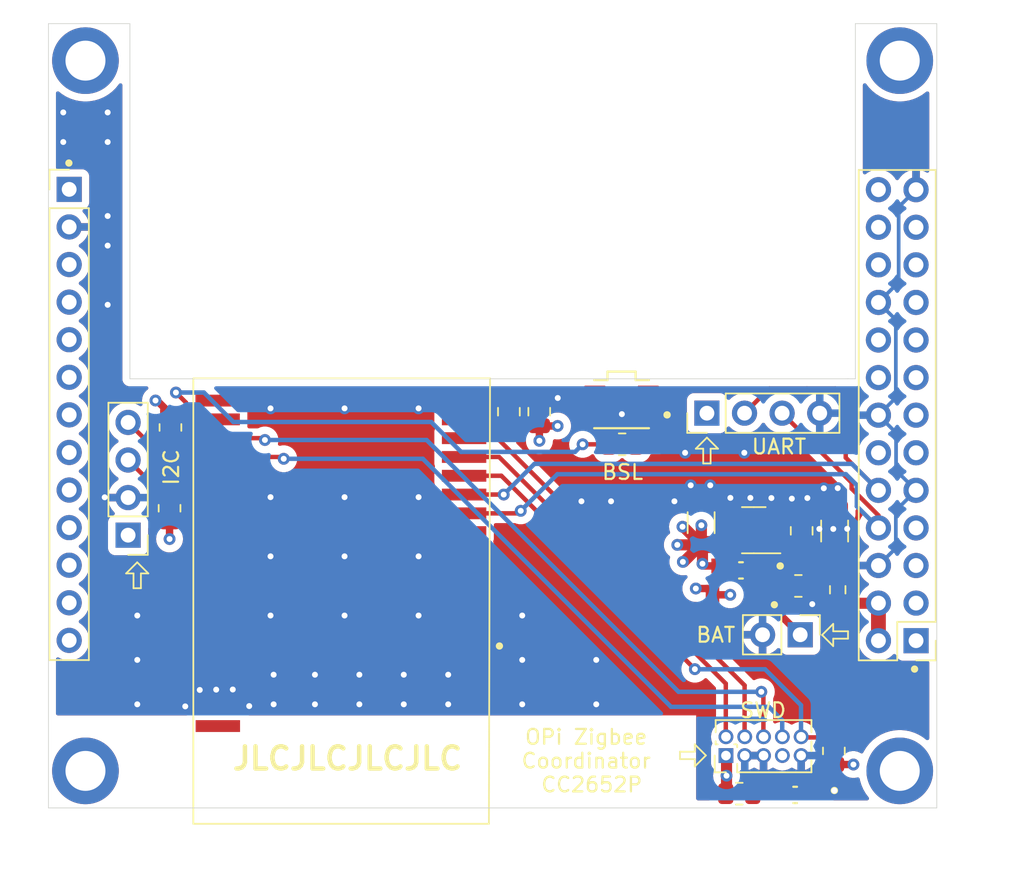
<source format=kicad_pcb>
(kicad_pcb (version 20211014) (generator pcbnew)
  (layers (0 "F.Cu" signal) (1 "In1.Cu" signal) (2 "In2.Cu" signal) (31 "B.Cu" signal) (34 "B.Paste" user) (35 "F.Paste" user) (36 "B.SilkS" user "B.Silkscreen") (37 "F.SilkS" user "F.Silkscreen") (38 "B.Mask" user) (39 "F.Mask" user) (44 "Edge.Cuts" user))
  (net 0 "")
  (net 1 "GND")
  (net 2 "+3V3")
  (net 3 "+5V")
  (net 4 "/SDA")
  (net 5 "/SCL")
  (net 6 "/PC9")
  (net 7 "/UART_TX")
  (net 8 "/UART_RX")
  (net 9 "/PC6")
  (net 10 "/PC11")
  (net 11 "/PC5")
  (net 12 "/PC8")
  (net 13 "/PC15")
  (net 14 "/PC14")
  (net 15 "/SPI_MOSI")
  (net 16 "/SPI_MISO")
  (net 17 "/PC7")
  (net 18 "/SPI_CLK")
  (net 19 "/SPI_CS")
  (net 20 "/PC10")
  (net 21 "/USB2_D-")
  (net 22 "/USB2_D+")
  (net 23 "/USB3_D-")
  (net 24 "/USB3_D+")
  (net 25 "/LINEOUT_R")
  (net 26 "/LINEOUT_L")
  (net 27 "/TV_OUT")
  (net 28 "/PC1")
  (net 29 "/PI16")
  (net 30 "/PI6")
  (net 31 "/IR_RX")
  (net 32 "XDS_TMS")
  (net 33 "XDS_TCK")
  (net 34 "XDS_TDO")
  (net 35 "XDS_TDI")
  (net 36 "{slash}RESET")
  (net 54 "Net-(C1-Pad1)")
  (net 55 "Net-(D1-Pad1)")
  (net 57 "+3.3VP")
  (net 58 "Net-(D2-Pad1)")
  (net 59 "Net-(D3-Pad2)")
  (net 61 "Net-(R1-Pad1)")
  (net 62 "/BSL")
  (net 63 "/opSCL")
  (net 64 "/opSDA")
  (net 65 "+5VP")
  (footprint "Resistor_SMD:R_0805_2012Metric" (layer "F.Cu") (at 170.65 98 180)
    (fp_text reference "R2")
    (fp_text value "1k")
    (pad "1" smd roundrect locked (at -0.9125 0 180) (size 1.025 1.4) (layers "F.Cu" "F.Paste" "F.Mask") (roundrect_rratio 0.243902439) (net 1 "GND"))
    (pad "2" smd roundrect locked (at 0.9125 0 180) (size 1.025 1.4) (layers "F.Cu" "F.Paste" "F.Mask") (roundrect_rratio 0.243902439) (net 55 "Net-(D1-Pad1)"))
  )
  (footprint "SensorLab:cc2652p_rf_star" (layer "F.Cu") (at 139.6915 107.8265 180)
    (fp_text reference "U2")
    (fp_text value "CC2652P")
    (pad "1" smd rect (at -8.382 5.842 90) (size 0.8 3) (layers "F.Cu" "F.Paste" "F.Mask"))
    (pad "2" smd rect (at -8.382 7.112 90) (size 0.8 3) (layers "F.Cu" "F.Paste" "F.Mask"))
    (pad "3" smd rect (at -8.382 8.382 90) (size 0.8 3) (layers "F.Cu" "F.Paste" "F.Mask"))
    (pad "4" smd rect (at -8.382 9.652 90) (size 0.8 3) (layers "F.Cu" "F.Paste" "F.Mask"))
    (pad "5" smd rect (at -8.382 10.922 90) (size 0.8 3) (layers "F.Cu" "F.Paste" "F.Mask"))
    (pad "6" smd rect (at -8.382 12.192 90) (size 0.8 3) (layers "F.Cu" "F.Paste" "F.Mask"))
    (pad "7" smd rect (at -8.382 13.462 90) (size 0.8 3) (layers "F.Cu" "F.Paste" "F.Mask"))
    (pad "8" smd rect (at -8.382 14.732 90) (size 0.8 3) (layers "F.Cu" "F.Paste" "F.Mask") (net 7 "/UART_TX"))
    (pad "9" smd rect (at -8.382 16.002 90) (size 0.8 3) (layers "F.Cu" "F.Paste" "F.Mask") (net 8 "/UART_RX"))
    (pad "10" smd rect (at -8.382 17.272 90) (size 0.8 3) (layers "F.Cu" "F.Paste" "F.Mask") (net 36 "{slash}RESET"))
    (pad "11" smd rect (at -8.382 18.542 90) (size 0.8 3) (layers "F.Cu" "F.Paste" "F.Mask") (net 32 "XDS_TMS"))
    (pad "12" smd rect (at -8.382 19.812 90) (size 0.8 3) (layers "F.Cu" "F.Paste" "F.Mask") (net 33 "XDS_TCK"))
    (pad "13" smd rect (at -8.382 21.082 90) (size 0.8 3) (layers "F.Cu" "F.Paste" "F.Mask") (net 2 "+3V3"))
    (pad "14" smd rect (at -8.382 22.352 90) (size 0.8 3) (layers "F.Cu" "F.Paste" "F.Mask") (net 1 "GND"))
    (pad "15" smd rect (at 8.265 22.352 90) (size 0.8 3) (layers "F.Cu" "F.Paste" "F.Mask"))
    (pad "16" smd rect (at 8.265 21.082 90) (size 0.8 3) (layers "F.Cu" "F.Paste" "F.Mask") (net 62 "/BSL"))
    (pad "17" smd rect (at 8.265 19.812 90) (size 0.8 3) (layers "F.Cu" "F.Paste" "F.Mask") (net 34 "XDS_TDO"))
    (pad "18" smd rect (at 8.265 18.542 90) (size 0.8 3) (layers "F.Cu" "F.Paste" "F.Mask") (net 35 "XDS_TDI"))
    (pad "19" smd rect (at 8.255 17.272 90) (size 0.8 3) (layers "F.Cu" "F.Paste" "F.Mask") (net 4 "/SDA"))
    (pad "20" smd rect (at 8.255 16.002 90) (size 0.8 3) (layers "F.Cu" "F.Paste" "F.Mask") (net 5 "/SCL"))
    (pad "21" smd rect (at 8.255 14.732 90) (size 0.8 3) (layers "F.Cu" "F.Paste" "F.Mask"))
    (pad "22" smd rect (at 8.255 13.462 90) (size 0.8 3) (layers "F.Cu" "F.Paste" "F.Mask"))
    (pad "23" smd rect (at 8.255 12.192 90) (size 0.8 3) (layers "F.Cu" "F.Paste" "F.Mask"))
    (pad "24" smd rect (at 8.255 10.922 90) (size 0.8 3) (layers "F.Cu" "F.Paste" "F.Mask"))
    (pad "25" smd rect (at 8.255 9.652 90) (size 0.8 3) (layers "F.Cu" "F.Paste" "F.Mask"))
    (pad "26" smd rect (at 8.255 8.382 90) (size 0.8 3) (layers "F.Cu" "F.Paste" "F.Mask"))
    (pad "27" smd rect (at 8.255 7.112 90) (size 0.8 3) (layers "F.Cu" "F.Paste" "F.Mask"))
    (pad "28" smd rect (at 8.255 5.842 90) (size 0.8 3) (layers "F.Cu" "F.Paste" "F.Mask"))
    (pad "29" smd rect (at 8.25 1.62 90) (size 0.8 3) (layers "F.Cu" "F.Paste" "F.Mask") (net 1 "GND"))
    (pad "30" smd rect (at 8.25 0.3556 90) (size 0.8 3) (layers "F.Cu" "F.Paste" "F.Mask"))
  )
  (footprint "Resistor_SMD:R_0805_2012Metric" (layer "F.Cu") (at 158.75 88.43 180)
    (fp_text reference "R1")
    (fp_text value "100")
    (pad "1" smd roundrect locked (at -0.9125 0 180) (size 1.025 1.4) (layers "F.Cu" "F.Paste" "F.Mask") (roundrect_rratio 0.243902439) (net 61 "Net-(R1-Pad1)"))
    (pad "2" smd roundrect locked (at 0.9125 0 180) (size 1.025 1.4) (layers "F.Cu" "F.Paste" "F.Mask") (roundrect_rratio 0.243902439) (net 62 "/BSL"))
  )
  (footprint "Capacitor_SMD:C_1206_3216Metric" (layer "F.Cu") (at 164.084 93.726 90)
    (fp_text reference "C3")
    (fp_text value "1u")
    (pad "1" smd roundrect locked (at -1.475 0 90) (size 1.15 1.8) (layers "F.Cu" "F.Paste" "F.Mask") (roundrect_rratio 0.2173913043) (net 2 "+3V3"))
    (pad "2" smd roundrect locked (at 1.475 0 90) (size 1.15 1.8) (layers "F.Cu" "F.Paste" "F.Mask") (roundrect_rratio 0.2173913043) (net 1 "GND"))
  )
  (footprint "MountingHole:MountingHole_2.7mm_M2.5_ISO14580_Pad" (layer "F.Cu") (at 177.5 62.5)
    (fp_text reference "H2")
    (fp_text value "MountingHole")
    (pad "1" thru_hole circle locked (at 0 0) (size 4.5 4.5) (drill 2.7) (layers *.Cu *.Mask))
  )
  (footprint "Connector_PinHeader_1.27mm:PinHeader_2x05_P1.27mm_Vertical" (layer "F.Cu") (at 165.76 109.465 90)
    (fp_text reference "J6")
    (fp_text value "Conn_02x05_Odd_Even")
    (pad "1" thru_hole rect locked (at 0 0 90) (size 1 1) (drill 0.65) (layers *.Cu *.Mask) (net 2 "+3V3"))
    (pad "2" thru_hole oval locked (at 1.27 0 90) (size 1 1) (drill 0.65) (layers *.Cu *.Mask) (net 32 "XDS_TMS"))
    (pad "3" thru_hole oval locked (at 0 1.27 90) (size 1 1) (drill 0.65) (layers *.Cu *.Mask) (net 1 "GND"))
    (pad "4" thru_hole oval locked (at 1.27 1.27 90) (size 1 1) (drill 0.65) (layers *.Cu *.Mask) (net 33 "XDS_TCK"))
    (pad "5" thru_hole oval locked (at 0 2.54 90) (size 1 1) (drill 0.65) (layers *.Cu *.Mask) (net 1 "GND"))
    (pad "6" thru_hole oval locked (at 1.27 2.54 90) (size 1 1) (drill 0.65) (layers *.Cu *.Mask) (net 34 "XDS_TDO"))
    (pad "7" thru_hole oval locked (at 0 3.81 90) (size 1 1) (drill 0.65) (layers *.Cu *.Mask))
    (pad "8" thru_hole oval locked (at 1.27 3.81 90) (size 1 1) (drill 0.65) (layers *.Cu *.Mask) (net 35 "XDS_TDI"))
    (pad "9" thru_hole oval locked (at 0 5.08 90) (size 1 1) (drill 0.65) (layers *.Cu *.Mask) (net 1 "GND"))
    (pad "10" thru_hole oval locked (at 1.27 5.08 90) (size 1 1) (drill 0.65) (layers *.Cu *.Mask) (net 36 "{slash}RESET"))
  )
  (footprint "daughter_board:Lite-On-LTST-S220KRKT-0-0-0" (layer "F.Cu") (at 166.775 96.9 180)
    (fp_text reference "D1")
    (fp_text value "LED")
    (pad "1" smd rect locked (at -1.25 0.25 180) (size 1.5 1) (layers "F.Cu" "F.Paste" "F.Mask") (net 55 "Net-(D1-Pad1)"))
    (pad "2" smd rect locked (at 1.25 0.25 180) (size 1.5 1) (layers "F.Cu" "F.Paste" "F.Mask") (net 2 "+3V3"))
  )
  (footprint "Resistor_SMD:R_0805_2012Metric" (layer "F.Cu") (at 128.24 87.29 90)
    (fp_text reference "R4")
    (fp_text value "10k")
    (pad "1" smd roundrect locked (at -0.9125 0 90) (size 1.025 1.4) (layers "F.Cu" "F.Paste" "F.Mask") (roundrect_rratio 0.243902439) (net 4 "/SDA"))
    (pad "2" smd roundrect locked (at 0.9125 0 90) (size 1.025 1.4) (layers "F.Cu" "F.Paste" "F.Mask") (roundrect_rratio 0.243902439) (net 2 "+3V3"))
  )
  (footprint "MountingHole:MountingHole_2.7mm_M2.5_ISO14580_Pad" (layer "F.Cu") (at 177.5 110.5)
    (fp_text reference "H3")
    (fp_text value "MountingHole")
    (pad "1" thru_hole circle locked (at 0 0) (size 4.5 4.5) (drill 2.7) (layers *.Cu *.Mask))
  )
  (footprint "MountingHole:MountingHole_2.7mm_M2.5_ISO14580_Pad" (layer "F.Cu") (at 122.5 62.5)
    (fp_text reference "H1")
    (fp_text value "MountingHole")
    (pad "1" thru_hole circle locked (at 0 0) (size 4.5 4.5) (drill 2.7) (layers *.Cu *.Mask))
  )
  (footprint "Connector_PinHeader_2.54mm:PinHeader_2x13_P2.54mm_Vertical" (layer "F.Cu") (at 178.6 101.7 180)
    (fp_text reference "J1")
    (fp_text value "Conn_02x13_Odd_Even")
    (pad "1" thru_hole rect locked (at 0 0 180) (size 1.7 1.7) (drill 1) (layers *.Cu *.Mask) (net 57 "+3.3VP"))
    (pad "2" thru_hole oval locked (at 2.54 0 180) (size 1.7 1.7) (drill 1) (layers *.Cu *.Mask) (net 3 "+5V"))
    (pad "3" thru_hole oval locked (at 0 2.54 180) (size 1.7 1.7) (drill 1) (layers *.Cu *.Mask) (net 64 "/opSDA"))
    (pad "4" thru_hole oval locked (at 2.54 2.54 180) (size 1.7 1.7) (drill 1) (layers *.Cu *.Mask) (net 3 "+5V"))
    (pad "5" thru_hole oval locked (at 0 5.08 180) (size 1.7 1.7) (drill 1) (layers *.Cu *.Mask) (net 63 "/opSCL"))
    (pad "6" thru_hole oval locked (at 2.54 5.08 180) (size 1.7 1.7) (drill 1) (layers *.Cu *.Mask) (net 1 "GND"))
    (pad "7" thru_hole oval locked (at 0 7.62 180) (size 1.7 1.7) (drill 1) (layers *.Cu *.Mask) (net 6 "/PC9"))
    (pad "8" thru_hole oval locked (at 2.54 7.62 180) (size 1.7 1.7) (drill 1) (layers *.Cu *.Mask) (net 7 "/UART_TX"))
    (pad "9" thru_hole oval locked (at 0 10.16 180) (size 1.7 1.7) (drill 1) (layers *.Cu *.Mask) (net 1 "GND"))
    (pad "10" thru_hole oval locked (at 2.54 10.16 180) (size 1.7 1.7) (drill 1) (layers *.Cu *.Mask) (net 8 "/UART_RX"))
    (pad "11" thru_hole oval locked (at 0 12.7 180) (size 1.7 1.7) (drill 1) (layers *.Cu *.Mask) (net 9 "/PC6"))
    (pad "12" thru_hole oval locked (at 2.54 12.7 180) (size 1.7 1.7) (drill 1) (layers *.Cu *.Mask) (net 10 "/PC11"))
    (pad "13" thru_hole oval locked (at 0 15.24 180) (size 1.7 1.7) (drill 1) (layers *.Cu *.Mask) (net 11 "/PC5"))
    (pad "14" thru_hole oval locked (at 2.54 15.24 180) (size 1.7 1.7) (drill 1) (layers *.Cu *.Mask) (net 1 "GND"))
    (pad "15" thru_hole oval locked (at 0 17.78 180) (size 1.7 1.7) (drill 1) (layers *.Cu *.Mask) (net 12 "/PC8"))
    (pad "16" thru_hole oval locked (at 2.54 17.78 180) (size 1.7 1.7) (drill 1) (layers *.Cu *.Mask) (net 13 "/PC15"))
    (pad "17" thru_hole oval locked (at 0 20.32 180) (size 1.7 1.7) (drill 1) (layers *.Cu *.Mask) (net 57 "+3.3VP"))
    (pad "18" thru_hole oval locked (at 2.54 20.32 180) (size 1.7 1.7) (drill 1) (layers *.Cu *.Mask) (net 14 "/PC14"))
    (pad "19" thru_hole oval locked (at 0 22.86 180) (size 1.7 1.7) (drill 1) (layers *.Cu *.Mask) (net 15 "/SPI_MOSI"))
    (pad "20" thru_hole oval locked (at 2.54 22.86 180) (size 1.7 1.7) (drill 1) (layers *.Cu *.Mask) (net 1 "GND"))
    (pad "21" thru_hole oval locked (at 0 25.4 180) (size 1.7 1.7) (drill 1) (layers *.Cu *.Mask) (net 16 "/SPI_MISO"))
    (pad "22" thru_hole oval locked (at 2.54 25.4 180) (size 1.7 1.7) (drill 1) (layers *.Cu *.Mask) (net 17 "/PC7"))
    (pad "23" thru_hole oval locked (at 0 27.94 180) (size 1.7 1.7) (drill 1) (layers *.Cu *.Mask) (net 18 "/SPI_CLK"))
    (pad "24" thru_hole oval locked (at 2.54 27.94 180) (size 1.7 1.7) (drill 1) (layers *.Cu *.Mask) (net 19 "/SPI_CS"))
    (pad "25" thru_hole oval locked (at 0 30.48 180) (size 1.7 1.7) (drill 1) (layers *.Cu *.Mask) (net 1 "GND"))
    (pad "26" thru_hole oval locked (at 2.54 30.48 180) (size 1.7 1.7) (drill 1) (layers *.Cu *.Mask) (net 20 "/PC10"))
  )
  (footprint "Package_TO_SOT_SMD:TSOT-23-5" (layer "F.Cu") (at 167.64 94.234 180)
    (fp_text reference "U1")
    (fp_text value "NCP114")
    (pad "1" smd roundrect locked (at -1.1375 -0.95 180) (size 1.325 0.6) (layers "F.Cu" "F.Paste" "F.Mask") (net 54 "Net-(C1-Pad1)"))
    (pad "2" smd roundrect locked (at -1.1375 0 180) (size 1.325 0.6) (layers "F.Cu" "F.Paste" "F.Mask") (net 1 "GND"))
    (pad "3" smd roundrect locked (at -1.1375 0.95 180) (size 1.325 0.6) (layers "F.Cu" "F.Paste" "F.Mask") (net 54 "Net-(C1-Pad1)"))
    (pad "4" smd roundrect locked (at 1.1375 0.95 180) (size 1.325 0.6) (layers "F.Cu" "F.Paste" "F.Mask"))
    (pad "5" smd roundrect locked (at 1.1375 -0.95 180) (size 1.325 0.6) (layers "F.Cu" "F.Paste" "F.Mask") (net 2 "+3V3"))
  )
  (footprint "Resistor_SMD:R_0805_2012Metric" (layer "F.Cu") (at 166.66 112.04 180)
    (fp_text reference "R6")
    (fp_text value "1k")
    (pad "1" smd roundrect locked (at -0.9125 0 180) (size 1.025 1.4) (layers "F.Cu" "F.Paste" "F.Mask") (roundrect_rratio 0.243902439) (net 59 "Net-(D3-Pad2)"))
    (pad "2" smd roundrect locked (at 0.9125 0 180) (size 1.025 1.4) (layers "F.Cu" "F.Paste" "F.Mask") (roundrect_rratio 0.243902439) (net 2 "+3V3"))
  )
  (footprint "Connector_PinHeader_2.54mm:PinHeader_1x04_P2.54mm_Vertical" (layer "F.Cu") (at 164.475 86.325 90)
    (fp_text reference "J3")
    (fp_text value "Conn_01x04")
    (pad "1" thru_hole rect locked (at 0 0 90) (size 1.7 1.7) (drill 1) (layers *.Cu *.Mask) (net 2 "+3V3"))
    (pad "2" thru_hole oval locked (at 0 2.54 90) (size 1.7 1.7) (drill 1) (layers *.Cu *.Mask) (net 8 "/UART_RX"))
    (pad "3" thru_hole oval locked (at 0 5.08 90) (size 1.7 1.7) (drill 1) (layers *.Cu *.Mask) (net 7 "/UART_TX"))
    (pad "4" thru_hole oval locked (at 0 7.62 90) (size 1.7 1.7) (drill 1) (layers *.Cu *.Mask) (net 1 "GND"))
  )
  (footprint "Capacitor_SMD:C_1206_3216Metric" (layer "F.Cu") (at 173.1 94.29 90)
    (fp_text reference "C1")
    (fp_text value "1u")
    (pad "1" smd roundrect locked (at -1.475 0 90) (size 1.15 1.8) (layers "F.Cu" "F.Paste" "F.Mask") (roundrect_rratio 0.2173913043) (net 54 "Net-(C1-Pad1)"))
    (pad "2" smd roundrect locked (at 1.475 0 90) (size 1.15 1.8) (layers "F.Cu" "F.Paste" "F.Mask") (roundrect_rratio 0.2173913043) (net 1 "GND"))
  )
  (footprint "Connector_PinHeader_2.54mm:PinHeader_1x04_P2.54mm_Vertical" (layer "F.Cu") (at 125.38 94.57 180)
    (fp_text reference "J5")
    (fp_text value "Conn_01x04")
    (pad "1" thru_hole rect locked (at 0 0 180) (size 1.7 1.7) (drill 1) (layers *.Cu *.Mask) (net 2 "+3V3"))
    (pad "2" thru_hole oval locked (at 0 2.54 180) (size 1.7 1.7) (drill 1) (layers *.Cu *.Mask) (net 1 "GND"))
    (pad "3" thru_hole oval locked (at 0 5.08 180) (size 1.7 1.7) (drill 1) (layers *.Cu *.Mask) (net 5 "/SCL"))
    (pad "4" thru_hole oval locked (at 0 7.62 180) (size 1.7 1.7) (drill 1) (layers *.Cu *.Mask) (net 4 "/SDA"))
  )
  (footprint "Resistor_SMD:R_0805_2012Metric" (layer "F.Cu") (at 128.18 92.75 -90)
    (fp_text reference "R5")
    (fp_text value "10k")
    (pad "1" smd roundrect locked (at -0.9125 0 270) (size 1.025 1.4) (layers "F.Cu" "F.Paste" "F.Mask") (roundrect_rratio 0.243902439) (net 5 "/SCL"))
    (pad "2" smd roundrect locked (at 0.9125 0 270) (size 1.025 1.4) (layers "F.Cu" "F.Paste" "F.Mask") (roundrect_rratio 0.243902439) (net 2 "+3V3"))
  )
  (footprint "Resistor_SMD:R_0805_2012Metric" (layer "F.Cu") (at 173.05 109.15 -90)
    (fp_text reference "R3")
    (fp_text value "10k")
    (pad "1" smd roundrect locked (at -0.9125 0 270) (size 1.025 1.4) (layers "F.Cu" "F.Paste" "F.Mask") (roundrect_rratio 0.243902439) (net 36 "{slash}RESET"))
    (pad "2" smd roundrect locked (at 0.9125 0 270) (size 1.025 1.4) (layers "F.Cu" "F.Paste" "F.Mask") (roundrect_rratio 0.243902439) (net 2 "+3V3"))
  )
  (footprint "Resistor_SMD:R_0603_1608Metric_Pad0.98x0.95mm_HandSolder" (layer "F.Cu") (at 173.31 98.26 90)
    (fp_text reference "FB1")
    (fp_text value "BLM18HE152SN1D")
    (pad "1" smd roundrect locked (at -0.9125 0 90) (size 0.975 0.95) (layers "F.Cu" "F.Paste" "F.Mask") (net 3 "+5V"))
    (pad "2" smd roundrect locked (at 0.9125 0 90) (size 0.975 0.95) (layers "F.Cu" "F.Paste" "F.Mask") (net 54 "Net-(C1-Pad1)"))
  )
  (footprint "Capacitor_SMD:C_0805_2012Metric" (layer "F.Cu") (at 153.15 86.225 90)
    (fp_text reference "C4")
    (fp_text value "100n")
    (pad "1" smd roundrect locked (at -0.95 0 90) (size 1 1.45) (layers "F.Cu" "F.Paste" "F.Mask") (net 2 "+3V3"))
    (pad "2" smd roundrect locked (at 0.95 0 90) (size 1 1.45) (layers "F.Cu" "F.Paste" "F.Mask") (net 1 "GND"))
  )
  (footprint "Connector_PinHeader_2.54mm:PinHeader_1x02_P2.54mm_Vertical" (layer "F.Cu") (at 170.775 101.3 -90)
    (fp_text reference "J4")
    (fp_text value "Conn_01x02")
    (pad "1" thru_hole rect locked (at 0 0 270) (size 1.7 1.7) (drill 1) (layers *.Cu *.Mask) (net 58 "Net-(D2-Pad1)"))
    (pad "2" thru_hole oval locked (at 0 2.54 270) (size 1.7 1.7) (drill 1) (layers *.Cu *.Mask) (net 1 "GND"))
  )
  (footprint "daughter_board:Panasonic-EVQ-P7A01P-0-0-MFG" (layer "F.Cu") (at 158.71 85.39 180)
    (fp_text reference "SW1")
    (fp_text value "EVQ-P7A01P-switch2")
    (pad "1" smd rect locked (at -1.8 -1.05 180) (size 1.4 1.05) (layers "F.Cu" "F.Paste" "F.Mask") (net 1 "GND"))
    (pad "1'" smd rect locked (at 1.8 -1.05 180) (size 1.4 1.05) (layers "F.Cu" "F.Paste" "F.Mask") (net 1 "GND"))
    (pad "2" smd rect locked (at -1.8 0.4 180) (size 1.4 1.05) (layers "F.Cu" "F.Paste" "F.Mask") (net 61 "Net-(R1-Pad1)"))
    (pad "2'" smd rect locked (at 1.8 0.4 180) (size 1.4 1.05) (layers "F.Cu" "F.Paste" "F.Mask") (net 61 "Net-(R1-Pad1)"))
  )
  (footprint "Connector_PinHeader_2.54mm:PinHeader_1x13_P2.54mm_Vertical" (layer "F.Cu") (at 121.4 71.2)
    (fp_text reference "J2")
    (fp_text value "Conn_01x13")
    (pad "1" thru_hole rect locked (at 0 0) (size 1.7 1.7) (drill 1) (layers *.Cu *.Mask) (net 65 "+5VP"))
    (pad "2" thru_hole oval locked (at 0 2.54) (size 1.7 1.7) (drill 1) (layers *.Cu *.Mask) (net 1 "GND"))
    (pad "3" thru_hole oval locked (at 0 5.08) (size 1.7 1.7) (drill 1) (layers *.Cu *.Mask) (net 21 "/USB2_D-"))
    (pad "4" thru_hole oval locked (at 0 7.62) (size 1.7 1.7) (drill 1) (layers *.Cu *.Mask) (net 22 "/USB2_D+"))
    (pad "5" thru_hole oval locked (at 0 10.16) (size 1.7 1.7) (drill 1) (layers *.Cu *.Mask) (net 23 "/USB3_D-"))
    (pad "6" thru_hole oval locked (at 0 12.7) (size 1.7 1.7) (drill 1) (layers *.Cu *.Mask) (net 24 "/USB3_D+"))
    (pad "7" thru_hole oval locked (at 0 15.24) (size 1.7 1.7) (drill 1) (layers *.Cu *.Mask) (net 25 "/LINEOUT_R"))
    (pad "8" thru_hole oval locked (at 0 17.78) (size 1.7 1.7) (drill 1) (layers *.Cu *.Mask) (net 26 "/LINEOUT_L"))
    (pad "9" thru_hole oval locked (at 0 20.32) (size 1.7 1.7) (drill 1) (layers *.Cu *.Mask) (net 27 "/TV_OUT"))
    (pad "10" thru_hole oval locked (at 0 22.86) (size 1.7 1.7) (drill 1) (layers *.Cu *.Mask) (net 28 "/PC1"))
    (pad "11" thru_hole oval locked (at 0 25.4) (size 1.7 1.7) (drill 1) (layers *.Cu *.Mask) (net 29 "/PI16"))
    (pad "12" thru_hole oval locked (at 0 27.94) (size 1.7 1.7) (drill 1) (layers *.Cu *.Mask) (net 30 "/PI6"))
    (pad "13" thru_hole oval locked (at 0 30.48) (size 1.7 1.7) (drill 1) (layers *.Cu *.Mask) (net 31 "/IR_RX"))
  )
  (footprint "Capacitor_SMD:C_0805_2012Metric" (layer "F.Cu") (at 170.875 94.275 90)
    (fp_text reference "C2")
    (fp_text value "100n")
    (pad "1" smd roundrect locked (at -0.95 0 90) (size 1 1.45) (layers "F.Cu" "F.Paste" "F.Mask") (net 54 "Net-(C1-Pad1)"))
    (pad "2" smd roundrect locked (at 0.95 0 90) (size 1 1.45) (layers "F.Cu" "F.Paste" "F.Mask") (net 1 "GND"))
  )
  (footprint "Capacitor_SMD:C_0805_2012Metric" (layer "F.Cu") (at 151.1 86.225 90)
    (fp_text reference "C5")
    (fp_text value "100n")
    (pad "1" smd roundrect locked (at -0.95 0 90) (size 1 1.45) (layers "F.Cu" "F.Paste" "F.Mask") (net 2 "+3V3"))
    (pad "2" smd roundrect locked (at 0.95 0 90) (size 1 1.45) (layers "F.Cu" "F.Paste" "F.Mask") (net 1 "GND"))
  )
  (footprint "daughter_board:SOD-123FL" (layer "F.Cu") (at 166.49 98.63)
    (fp_text reference "D2")
    (fp_text value "DIODE" hide)
    (pad "1" smd rect locked (at 1.6383 0) (size 0.9144 1.2192) (layers "F.Cu" "F.Paste" "F.Mask") (net 58 "Net-(D2-Pad1)"))
    (pad "2" smd rect locked (at -1.6383 0) (size 0.9144 1.2192) (layers "F.Cu" "F.Paste" "F.Mask") (net 2 "+3V3"))
  )
  (footprint "MountingHole:MountingHole_2.7mm_M2.5_ISO14580_Pad" (layer "F.Cu") (at 122.5 110.5)
    (fp_text reference "H4")
    (fp_text value "MountingHole")
    (pad "1" thru_hole circle locked (at 0 0) (size 4.5 4.5) (drill 2.7) (layers *.Cu *.Mask))
  )
  (footprint "daughter_board:Lite-On-LTST-S220KRKT-0-0-0" (layer "F.Cu") (at 170.434 112.075 180)
    (fp_text reference "D3")
    (fp_text value "LED")
    (pad "1" smd rect locked (at -1.25 0.25 180) (size 1.5 1) (layers "F.Cu" "F.Paste" "F.Mask") (net 1 "GND"))
    (pad "2" smd rect locked (at 1.25 0.25 180) (size 1.5 1) (layers "F.Cu" "F.Paste" "F.Mask") (net 59 "Net-(D3-Pad2)"))
  )
  (gr_line (start 164.225 88.725) (end 163.725 88.725) (layer "F.SilkS") (width 0.12))
  (gr_line (start 163.725 88.725) (end 164.475 87.975) (layer "F.SilkS") (width 0.12))
  (gr_circle (center 178.5 103.62) (end 178.67 103.63) (layer "F.SilkS") (width 0.15) (fill solid))
  (gr_line (start 163.655 109.705) (end 162.655 109.705) (layer "F.SilkS") (width 0.12))
  (gr_circle (center 169.03 99.27) (end 169.2 99.28) (layer "F.SilkS") (width 0.15) (fill solid))
  (gr_line (start 164.725 88.725) (end 164.725 89.725) (layer "F.SilkS") (width 0.12))
  (gr_line (start 164.475 87.975) (end 165.225 88.725) (layer "F.SilkS") (width 0.12))
  (gr_line (start 126.245 97.155) (end 126.245 98.155) (layer "F.SilkS") (width 0.12))
  (gr_line (start 165.225 88.725) (end 164.725 88.725) (layer "F.SilkS") (width 0.12))
  (gr_line (start 162.655 109.205) (end 163.655 109.205) (layer "F.SilkS") (width 0.12))
  (gr_line (start 172.255 101.315) (end 173.005 100.565) (layer "F.SilkS") (width 0.12))
  (gr_line (start 126.745 97.155) (end 126.245 97.155) (layer "F.SilkS") (width 0.12))
  (gr_line (start 164.405 109.455) (end 163.655 110.205) (layer "F.SilkS") (width 0.12))
  (gr_line (start 173.005 101.565) (end 173.005 102.065) (layer "F.SilkS") (width 0.12))
  (gr_circle (center 121.38 69.42) (end 121.55 69.43) (layer "F.SilkS") (width 0.15) (fill solid))
  (gr_line (start 174.005 101.065) (end 174.005 101.565) (layer "F.SilkS") (width 0.12))
  (gr_line (start 125.245 97.155) (end 125.995 96.405) (layer "F.SilkS") (width 0.12))
  (gr_line (start 164.725 89.725) (end 164.225 89.725) (layer "F.SilkS") (width 0.12))
  (gr_line (start 163.655 109.205) (end 163.655 108.705) (layer "F.SilkS") (width 0.12))
  (gr_line (start 126.245 98.155) (end 125.745 98.155) (layer "F.SilkS") (width 0.12))
  (gr_line (start 173.005 102.065) (end 172.255 101.315) (layer "F.SilkS") (width 0.12))
  (gr_line (start 162.655 109.705) (end 162.655 109.205) (layer "F.SilkS") (width 0.12))
  (gr_line (start 125.995 96.405) (end 126.745 97.155) (layer "F.SilkS") (width 0.12))
  (gr_line (start 173.005 100.565) (end 173.005 101.065) (layer "F.SilkS") (width 0.12))
  (gr_line (start 125.745 97.155) (end 125.245 97.155) (layer "F.SilkS") (width 0.12))
  (gr_line (start 125.745 98.155) (end 125.745 97.155) (layer "F.SilkS") (width 0.12))
  (gr_line (start 163.655 110.205) (end 163.655 109.705) (layer "F.SilkS") (width 0.12))
  (gr_line (start 164.225 89.725) (end 164.225 88.725) (layer "F.SilkS") (width 0.12))
  (gr_line (start 174.005 101.565) (end 173.005 101.565) (layer "F.SilkS") (width 0.12))
  (gr_line (start 163.655 108.705) (end 164.405 109.455) (layer "F.SilkS") (width 0.12))
  (gr_circle (center 150.46 102.06) (end 150.63 102.07) (layer "F.SilkS") (width 0.15) (fill solid))
  (gr_line (start 173.005 101.065) (end 174.005 101.065) (layer "F.SilkS") (width 0.12))
  (gr_line (start 174 84) (end 125.5 84) (layer "Edge.Cuts") (width 0.05))
  (gr_line (start 125.5 84) (end 125.5 60) (layer "Edge.Cuts") (width 0.05))
  (gr_line (start 120 113) (end 180 113) (layer "Edge.Cuts") (width 0.05))
  (gr_line (start 180 113) (end 180 60) (layer "Edge.Cuts") (width 0.05))
  (gr_line (start 125.5 60) (end 120 60) (layer "Edge.Cuts") (width 0.05))
  (gr_line (start 120 60) (end 120 113) (layer "Edge.Cuts") (width 0.05))
  (gr_line (start 180 60) (end 174.5 60) (layer "Edge.Cuts") (width 0.05))
  (gr_line (start 174 84) (end 174.5 84) (layer "Edge.Cuts") (width 0.05))
  (gr_line (start 174.5 60) (end 174.5 84) (layer "Edge.Cuts") (width 0.05))
  (gr_text "SWD" (at 168.27 106.41) (layer "F.SilkS") (effects (font (size 1 1))))
  (gr_text "JLCJLCJLCJLC" (at 140.2 109.66) (layer "F.SilkS") (effects (font (size 1.5 1.5) (thickness 0.3))))
  (gr_text "BAT" (at 165.07 101.31) (layer "F.SilkS") (effects (font (size 1 1))))
  (gr_text "OPi Zigbee \nCoordinator \nCC2652P" (at 156.7 109.82) (layer "F.SilkS") (effects (font (size 1 1))))
  (gr_text "BSL" (at 158.78 90.31) (layer "F.SilkS") (effects (font (size 1 1))))
  (gr_text "UART" (at 169.34 88.59) (layer "F.SilkS") (effects (font (size 1 1))))
  (gr_text "I2C" (at 128.3 89.98 90) (layer "F.SilkS") (effects (font (size 1 1))))
  (segment (start 164.084 91.816) (end 164.7 91.2) (width 0.5) (layer "F.Cu") (net 1))
  (segment (start 164.084 92.251) (end 164.084 91.816) (width 0.5) (layer "F.Cu") (net 1))
  (segment (start 158.73 86.39) (end 160.47 86.39) (width 0.5) (layer "F.Cu") (net 1))
  (segment (start 164.055 92.28) (end 164.084 92.251) (width 0.5) (layer "F.Cu") (net 1))
  (segment (start 132.45 105.198) (end 131.4415 106.2065) (width 0.5) (layer "F.Cu") (net 1))
  (segment (start 151.1 85.275) (end 153.15 85.275) (width 0.75) (layer "F.Cu") (net 1))
  (segment (start 131.33 105.01) (end 131.33 106.095) (width 0.5) (layer "F.Cu") (net 1))
  (segment (start 172.37 91.4) (end 172.37 92.085) (width 0.5) (layer "F.Cu") (net 1))
  (segment (start 168.7775 94.234) (end 170.246 94.234) (width 0.5) (layer "F.Cu") (net 1))
  (segment (start 171.26 92.94) (end 170.875 93.325) (width 0.5) (layer "F.Cu") (net 1))
  (segment (start 173.95 94.14) (end 173.95 93.665) (width 0.5) (layer "F.Cu") (net 1))
  (segment (start 170.21 92.66) (end 170.875 93.325) (width 0.5) (layer "F.Cu") (net 1))
  (segment (start 171.689 111.83) (end 171.684 111.825) (width 0.5) (layer "F.Cu") (net 1))
  (segment (start 130.22 105.03) (end 130.265 105.03) (width 0.5) (layer "F.Cu") (net 1))
  (segment (start 164.285 92.05) (end 164.084 92.251) (width 0.5) (layer "F.Cu") (net 1))
  (segment (start 172.07 94.15) (end 172.07 93.845) (width 0.5) (layer "F.Cu") (net 1))
  (segment (start 166.06 92.05) (end 164.285 92.05) (width 0.5) (layer "F.Cu") (net 1))
  (segment (start 170.246 94.234) (end 171.196 93.284) (width 0.5) (layer "F.Cu") (net 1))
  (segment (start 154.375 85.275) (end 154.4 85.3) (width 0.75) (layer "F.Cu") (net 1))
  (segment (start 171.26 92.06) (end 171.26 92.94) (width 0.5) (layer "F.Cu") (net 1))
  (segment (start 170.21 92.1) (end 170.21 92.66) (width 0.5) (layer "F.Cu") (net 1))
  (segment (start 129.24 106.14) (end 131.375 106.14) (width 0.5) (layer "F.Cu") (net 1))
  (segment (start 150.9005 85.4745) (end 151.1 85.275) (width 0.75) (layer "F.Cu") (net 1))
  (segment (start 173.95 93.665) (end 173.1 92.815) (width 0.5) (layer "F.Cu") (net 1))
  (segment (start 173.01 94.15) (end 173.01 92.905) (width 0.5) (layer "F.Cu") (net 1))
  (segment (start 164.084 91.904) (end 163.38 91.2) (width 0.5) (layer "F.Cu") (net 1))
  (segment (start 164.084 92.251) (end 164.084 91.904) (width 0.5) (layer "F.Cu") (net 1))
  (segment (start 172.07 93.845) (end 173.1 92.815) (width 0.5) (layer "F.Cu") (net 1))
  (segment (start 125.37 92.02) (end 125.38 92.03) (width 0.5) (layer "F.Cu") (net 1))
  (segment (start 131.375 106.14) (end 131.4415 106.2065) (width 0.5) (layer "F.Cu") (net 1))
  (segment (start 162.28 92.28) (end 164.055 92.28) (width 0.5) (layer "F.Cu") (net 1))
  (segment (start 173.01 111.83) (end 171.689 111.83) (width 0.5) (layer "F.Cu") (net 1))
  (segment (start 173.01 92.905) (end 173.1 92.815) (width 0.5) (layer "F.Cu") (net 1))
  (segment (start 173.31 91.39) (end 173.31 92.605) (width 0.5) (layer "F.Cu") (net 1))
  (segment (start 131.528 106.12) (end 131.4415 106.2065) (width 0.5) (layer "F.Cu") (net 1))
  (segment (start 132.45 105) (end 132.45 105.198) (width 0.5) (layer "F.Cu") (net 1))
  (segment (start 148.0735 85.4745) (end 150.9005 85.4745) (width 0.75) (layer "F.Cu") (net 1))
  (segment (start 131.33 106.095) (end 131.4415 106.2065) (width 0.5) (layer "F.Cu") (net 1))
  (segment (start 153.15 85.275) (end 154.375 85.275) (width 0.75) (layer "F.Cu") (net 1))
  (segment (start 171.6 97.5375) (end 171.5625 97.5) (width 0.5) (layer "F.Cu") (net 1))
  (segment (start 123.65 92.02) (end 125.37 92.02) (width 0.5) (layer "F.Cu") (net 1))
  (segment (start 156.95 86.39) (end 156.91 86.35) (width 0.5) (layer "F.Cu") (net 1))
  (segment (start 172.37 92.085) (end 173.1 92.815) (width 0.5) (layer "F.Cu") (net 1))
  (segment (start 158.73 86.39) (end 156.95 86.39) (width 0.5) (layer "F.Cu") (net 1))
  (segment (start 130.265 105.03) (end 131.4415 106.2065) (width 0.5) (layer "F.Cu") (net 1))
  (segment (start 173.31 92.605) (end 173.1 92.815) (width 0.5) (layer "F.Cu") (net 1))
  (segment (start 133.56 106.12) (end 131.528 106.12) (width 0.5) (layer "F.Cu") (net 1))
  (via (at 135.21 104) (size 0.8) (drill 0.4) (layers "F.Cu" "B.Cu") (net 1))
  (via (at 121 66) (size 0.8) (drill 0.4) (layers "F.Cu" "B.Cu") (net 1))
  (via (at 129.24 106.14) (size 0.8) (drill 0.4) (layers "F.Cu" "B.Cu") (net 1))
  (via (at 124 68) (size 0.8) (drill 0.4) (layers "F.Cu" "B.Cu") (net 1))
  (via (at 147 104) (size 0.8) (drill 0.4) (layers "F.Cu" "B.Cu") (net 1))
  (via (at 157 106) (size 0.8) (drill 0.4) (layers "F.Cu" "B.Cu") (net 1))
  (via (at 145 92) (size 0.8) (drill 0.4) (layers "F.Cu" "B.Cu") (net 1))
  (via (at 172.37 91.4) (size 0.8) (drill 0.4) (layers "F.Cu" "B.Cu") (net 1))
  (via (at 131.33 105.01) (size 0.8) (drill 0.4) (layers "F.Cu" "B.Cu") (net 1))
  (via (at 157 103) (size 0.8) (drill 0.4) (layers "F.Cu" "B.Cu") (net 1))
  (via (at 140 86) (size 0.8) (drill 0.4) (layers "F.Cu" "B.Cu") (net 1))
  (via (at 135 86) (size 0.8) (drill 0.4) (layers "F.Cu" "B.Cu") (net 1))
  (via (at 147 106) (size 0.8) (drill 0.4) (layers "F.Cu" "B.Cu") (net 1))
  (via (at 121 68) (size 0.8) (drill 0.4) (layers "F.Cu" "B.Cu") (net 1))
  (via (at 166.06 92.05) (size 0.8) (drill 0.4) (layers "F.Cu" "B.Cu") (net 1))
  (via (at 168.83 92.06) (size 0.8) (drill 0.4) (layers "F.Cu" "B.Cu") (net 1))
  (via (at 172.07 94.15) (size 0.8) (drill 0.4) (layers "F.Cu" "B.Cu") (net 1))
  (via (at 124 75) (size 0.8) (drill 0.4) (layers "F.Cu" "B.Cu") (net 1))
  (via (at 173.31 91.39) (size 0.8) (drill 0.4) (layers "F.Cu" "B.Cu") (net 1))
  (via (at 140 96) (size 0.8) (drill 0.4) (layers "F.Cu" "B.Cu") (net 1))
  (via (at 141 106) (size 0.8) (drill 0.4) (layers "F.Cu" "B.Cu") (net 1))
  (via (at 140 100) (size 0.8) (drill 0.4) (layers "F.Cu" "B.Cu") (net 1))
  (via (at 124 79) (size 0.8) (drill 0.4) (layers "F.Cu" "B.Cu") (net 1))
  (via (at 145 96) (size 0.8) (drill 0.4) (layers "F.Cu" "B.Cu") (net 1))
  (via (at 154.4 85.3) (size 0.8) (drill 0.4) (layers "F.Cu" "B.Cu") (net 1))
  (via (at 126 106) (size 0.8) (drill 0.4) (layers "F.Cu" "B.Cu") (net 1))
  (via (at 167 89) (size 0.8) (drill 0.4) (layers "F.Cu" "B.Cu") (net 1))
  (via (at 173.01 94.15) (size 0.8) (drill 0.4) (layers "F.Cu" "B.Cu") (net 1))
  (via (at 145 100) (size 0.8) (drill 0.4) (layers "F.Cu" "B.Cu") (net 1))
  (via (at 126 103) (size 0.8) (drill 0.4) (layers "F.Cu" "B.Cu") (net 1))
  (via (at 126 100) (size 0.8) (drill 0.4) (layers "F.Cu" "B.Cu") (net 1))
  (via (at 124 73) (size 0.8) (drill 0.4) (layers "F.Cu" "B.Cu") (net 1))
  (via (at 163 89) (size 0.8) (drill 0.4) (layers "F.Cu" "B.Cu") (net 1))
  (via (at 170.21 92.1) (size 0.8) (drill 0.4) (layers "F.Cu" "B.Cu") (net 1))
  (via (at 123.8 92.01) (size 0.8) (drill 0.4) (layers "F.Cu" "B.Cu") (net 1))
  (via (at 164.7 91.2) (size 0.8) (drill 0.4) (layers "F.Cu" "B.Cu") (net 1))
  (via (at 124 66) (size 0.8) (drill 0.4) (layers "F.Cu" "B.Cu") (net 1))
  (via (at 171.26 92.06) (size 0.8) (drill 0.4) (layers "F.Cu" "B.Cu") (net 1))
  (via (at 130.22 105.03) (size 0.8) (drill 0.4) (layers "F.Cu" "B.Cu") (net 1))
  (via (at 138 104) (size 0.8) (drill 0.4) (layers "F.Cu" "B.Cu") (net 1))
  (via (at 141 104) (size 0.8) (drill 0.4) (layers "F.Cu" "B.Cu") (net 1))
  (via (at 144 106) (size 0.8) (drill 0.4) (layers "F.Cu" "B.Cu") (net 1))
  (via (at 158 92.28) (size 0.8) (drill 0.4) (layers "F.Cu" "B.Cu") (net 1))
  (via (at 167.41 92.05) (size 0.8) (drill 0.4) (layers "F.Cu" "B.Cu") (net 1))
  (via (at 162.28 92.28) (size 0.8) (drill 0.4) (layers "F.Cu" "B.Cu") (net 1))
  (via (at 138 106) (size 0.8) (drill 0.4) (layers "F.Cu" "B.Cu") (net 1))
  (via (at 152 103) (size 0.8) (drill 0.4) (layers "F.Cu" "B.Cu") (net 1))
  (via (at 145 86) (size 0.8) (drill 0.4) (layers "F.Cu" "B.Cu") (net 1))
  (via (at 156 92.28) (size 0.8) (drill 0.4) (layers "F.Cu" "B.Cu") (net 1))
  (via (at 152 100) (size 0.8) (drill 0.4) (layers "F.Cu" "B.Cu") (net 1))
  (via (at 152 106) (size 0.8) (drill 0.4) (layers "F.Cu" "B.Cu") (net 1))
  (via (at 163.38 91.2) (size 0.8) (drill 0.4) (layers "F.Cu" "B.Cu") (net 1))
  (via (at 135 96) (size 0.8) (drill 0.4) (layers "F.Cu" "B.Cu") (net 1))
  (via (at 171.59 99.23) (size 0.8) (drill 0.4) (layers "F.Cu" "B.Cu") (net 1))
  (via (at 173.95 94.14) (size 0.8) (drill 0.4) (layers "F.Cu" "B.Cu") (net 1))
  (via (at 135 100) (size 0.8) (drill 0.4) (layers "F.Cu" "B.Cu") (net 1))
  (via (at 173.08 111.83) (size 0.8) (drill 0.4) (layers "F.Cu" "B.Cu") (net 1))
  (via (at 158.73 86.39) (size 0.8) (drill 0.4) (layers "F.Cu" "B.Cu") (net 1))
  (via (at 135.21 106) (size 0.8) (drill 0.4) (layers "F.Cu" "B.Cu") (net 1))
  (via (at 132.45 105) (size 0.8) (drill 0.4) (layers "F.Cu" "B.Cu") (net 1))
  (via (at 135 92) (size 0.8) (drill 0.4) (layers "F.Cu" "B.Cu") (net 1))
  (via (at 133.56 106.12) (size 0.8) (drill 0.4) (layers "F.Cu" "B.Cu") (net 1))
  (via (at 144 104) (size 0.8) (drill 0.4) (layers "F.Cu" "B.Cu") (net 1))
  (via (at 140 92) (size 0.8) (drill 0.4) (layers "F.Cu" "B.Cu") (net 1))
  (segment (start 177.425489 72.394511) (end 178.6 71.22) (width 0.25) (layer "B.Cu") (net 1))
  (segment (start 177.235001 85.284999) (end 177.235001 80.015001) (width 0.25) (layer "B.Cu") (net 1))
  (segment (start 176.06 78.84) (end 177.425489 77.474511) (width 0.25) (layer "B.Cu") (net 1))
  (segment (start 176.06 96.62) (end 177.235001 95.444999) (width 0.25) (layer "B.Cu") (net 1))
  (segment (start 177.235001 95.444999) (end 177.235001 92.904999) (width 0.25) (layer "B.Cu") (net 1))
  (segment (start 177.25 90.19) (end 177.25 87.65) (width 0.25) (layer "B.Cu") (net 1))
  (segment (start 176.06 86.46) (end 177.235001 85.284999) (width 0.25) (layer "B.Cu") (net 1))
  (segment (start 177.235001 92.904999) (end 178.6 91.54) (width 0.25) (layer "B.Cu") (net 1))
  (segment (start 178.6 91.54) (end 177.25 90.19) (width 0.25) (layer "B.Cu") (net 1))
  (segment (start 177.235001 80.015001) (end 176.06 78.84) (width 0.25) (layer "B.Cu") (net 1))
  (segment (start 177.25 87.65) (end 176.06 86.46) (width 0.25) (layer "B.Cu") (net 1))
  (segment (start 177.425489 77.474511) (end 177.425489 72.394511) (width 0.25) (layer "B.Cu") (net 1))
  (segment (start 127.3325 85.47) (end 128.24 86.3775) (width 0.5) (layer "F.Cu") (net 2))
  (segment (start 165.8 109.57) (end 165.75 109.52) (width 0.75) (layer "F.Cu") (net 2))
  (segment (start 163.725 98.175) (end 164.4867 98.175) (width 0.5) (layer "F.Cu") (net 2))
  (segment (start 162.91 96.375) (end 164.084 95.201) (width 0.75) (layer "F.Cu") (net 2))
  (segment (start 164.9117 98.6) (end 166.05 98.6) (width 0.5) (layer "F.Cu") (net 2))
  (segment (start 174.37 110.07) (end 173.0575 110.07) (width 0.5) (layer "F.Cu") (net 2))
  (segment (start 128.18 93.6625) (end 128.18 94.83) (width 0.5) (layer "F.Cu") (net 2))
  (segment (start 165.8 110.825) (end 165.8 109.57) (width 0.75) (layer "F.Cu") (net 2))
  (segment (start 148.0735 86.7445) (end 150.6695 86.7445) (width 0.75) (layer "F.Cu") (net 2))
  (segment (start 164.4867 98.175) (end 164.9117 98.6) (width 0.5) (layer "F.Cu") (net 2))
  (segment (start 165.799 112.014) (end 165.799 110.826) (width 0.75) (layer "F.Cu") (net 2))
  (segment (start 150.6695 86.7445) (end 151.1 87.175) (width 0.75) (layer "F.Cu") (net 2))
  (segment (start 162.883 94) (end 164.084 95.201) (width 0.75) (layer "F.Cu") (net 2))
  (segment (start 164.101 95.184) (end 164.084 95.201) (width 0.5) (layer "F.Cu") (net 2))
  (segment (start 166.5025 95.184) (end 164.101 95.184) (width 0.5) (layer "F.Cu") (net 2))
  (segment (start 153.165 87.19) (end 153.15 87.175) (width 0.5) (layer "F.Cu") (net 2))
  (segment (start 164.1 93.9) (end 164.1 95.185) (width 0.75) (layer "F.Cu") (net 2))
  (segment (start 173.0575 110.07) (end 173.05 110.0625) (width 0.5) (layer "F.Cu") (net 2))
  (segment (start 151.1 87.175) (end 153.15 87.175) (width 0.75) (layer "F.Cu") (net 2))
  (segment (start 153.16 87.185) (end 153.15 87.175) (width 0.5) (layer "F.Cu") (net 2))
  (segment (start 164.06 95.225) (end 164.084 95.201) (width 0.75) (layer "F.Cu") (net 2))
  (segment (start 162.825 94) (end 162.883 94) (width 0.75) (layer "F.Cu") (net 2))
  (segment (start 164.175 95.292) (end 164.084 95.201) (width 0.75) (layer "F.Cu") (net 2))
  (segment (start 162.85 96.375) (end 162.91 96.375) (width 0.75) (layer "F.Cu") (net 2))
  (segment (start 154.39 87.19) (end 153.165 87.19) (width 0.5) (layer "F.Cu") (net 2))
  (segment (start 165.799 110.826) (end 165.8 110.825) (width 0.75) (layer "F.Cu") (net 2))
  (segment (start 127.23 85.47) (end 127.3325 85.47) (width 0.5) (layer "F.Cu") (net 2))
  (segment (start 164.1 95.185) (end 164.084 95.201) (width 0.75) (layer "F.Cu") (net 2))
  (segment (start 153.16 88.19) (end 153.16 87.185) (width 0.5) (layer "F.Cu") (net 2))
  (segment (start 162.475 95.225) (end 164.06 95.225) (width 0.75) (layer "F.Cu") (net 2))
  (segment (start 164.175 96.5) (end 164.175 95.292) (width 0.75) (layer "F.Cu") (net 2))
  (segment (start 164.325 96.65) (end 164.175 96.5) (width 0.5) (layer "F.Cu") (net 2))
  (segment (start 165.525 96.65) (end 164.325 96.65) (width 0.5) (layer "F.Cu") (net 2))
  (via (at 127.23 85.47) (size 0.8) (drill 0.4) (layers "F.Cu" "B.Cu") (net 2))
  (via (at 162.825 94) (size 0.8) (drill 0.4) (layers "F.Cu" "B.Cu") (net 2))
  (via (at 162.85 96.375) (size 0.8) (drill 0.4) (layers "F.Cu" "B.Cu") (net 2))
  (via (at 164.1 93.9) (size 0.8) (drill 0.4) (layers "F.Cu" "B.Cu") (net 2))
  (via (at 164.175 96.5) (size 0.8) (drill 0.4) (layers "F.Cu" "B.Cu") (net 2))
  (via (at 154.39 87.19) (size 0.8) (drill 0.4) (layers "F.Cu" "B.Cu") (net 2))
  (via (at 128.18 94.83) (size 0.8) (drill 0.4) (layers "F.Cu" "B.Cu") (net 2))
  (via (at 174.37 110.07) (size 0.8) (drill 0.4) (layers "F.Cu" "B.Cu") (net 2))
  (via (at 153.16 88.19) (size 0.8) (drill 0.4) (layers "F.Cu" "B.Cu") (net 2))
  (via (at 162.475 95.225) (size 0.8) (drill 0.4) (layers "F.Cu" "B.Cu") (net 2))
  (via (at 166.05 98.6) (size 0.8) (drill 0.4) (layers "F.Cu" "B.Cu") (net 2))
  (via (at 163.725 98.175) (size 0.8) (drill 0.4) (layers "F.Cu" "B.Cu") (net 2))
  (via (at 165.8 110.825) (size 0.8) (drill 0.4) (layers "F.Cu" "B.Cu") (net 2))
  (segment (start 176.0475 99.1725) (end 176.06 99.16) (width 0.75) (layer "F.Cu") (net 3))
  (segment (start 176.06 99.16) (end 176.06 101.7) (width 1) (layer "F.Cu") (net 3))
  (segment (start 173.31 99.1725) (end 176.0475 99.1725) (width 0.75) (layer "F.Cu") (net 3))
  (segment (start 131.4365 90.5545) (end 129.7245 90.5545) (width 0.3) (layer "F.Cu") (net 4))
  (segment (start 129.7245 90.5545) (end 128.24 89.07) (width 0.3) (layer "F.Cu") (net 4))
  (segment (start 128.24 88.2025) (end 126.6325 88.2025) (width 0.3) (layer "F.Cu") (net 4))
  (segment (start 126.6325 88.2025) (end 125.38 86.95) (width 0.3) (layer "F.Cu") (net 4))
  (segment (start 128.24 89.07) (end 128.24 88.2025) (width 0.3) (layer "F.Cu") (net 4))
  (segment (start 128.18 91.8375) (end 127.7275 91.8375) (width 0.3) (layer "F.Cu") (net 5))
  (segment (start 128.193 91.8245) (end 128.18 91.8375) (width 0.3) (layer "F.Cu") (net 5))
  (segment (start 127.7275 91.8375) (end 125.38 89.49) (width 0.3) (layer "F.Cu") (net 5))
  (segment (start 131.4365 91.8245) (end 128.193 91.8245) (width 0.3) (layer "F.Cu") (net 5))
  (segment (start 148.0735 93.0945) (end 151.7305 93.0945) (width 0.3) (layer "F.Cu") (net 7))
  (segment (start 176.06 93.236366) (end 176.06 94.08) (width 0.3) (layer "F.Cu") (net 7))
  (segment (start 174.25 91.02) (end 174.25 91.426366) (width 0.3) (layer "F.Cu") (net 7))
  (segment (start 169.555 86.325) (end 174.25 91.02) (width 0.3) (layer "F.Cu") (net 7))
  (segment (start 151.7305 93.0945) (end 151.9 92.925) (width 0.3) (layer "F.Cu") (net 7))
  (segment (start 174.25 91.426366) (end 176.06 93.236366) (width 0.3) (layer "F.Cu") (net 7))
  (via (at 151.9 92.925) (size 0.8) (drill 0.4) (layers "F.Cu" "B.Cu") (net 7))
  (segment (start 154.375 90.45) (end 173.86 90.45) (width 0.3) (layer "B.Cu") (net 7))
  (segment (start 173.86 90.45) (end 174.6 91.19) (width 0.3) (layer "B.Cu") (net 7))
  (segment (start 174.6 92.62) (end 176.06 94.08) (width 0.3) (layer "B.Cu") (net 7))
  (segment (start 174.6 91.19) (end 174.6 92.62) (width 0.3) (layer "B.Cu") (net 7))
  (segment (start 151.9 92.925) (end 154.375 90.45) (width 0.3) (layer "B.Cu") (net 7))
  (segment (start 176.06 91.54) (end 173.85 89.33) (width 0.3) (layer "F.Cu") (net 8))
  (segment (start 168.69 84.65) (end 171.23 84.65) (width 0.3) (layer "F.Cu") (net 8))
  (segment (start 167.015 86.325) (end 168.69 84.65) (width 0.3) (layer "F.Cu") (net 8))
  (segment (start 173.15 84.65) (end 171.23 84.65) (width 0.3) (layer "F.Cu") (net 8))
  (segment (start 150.7495 91.8245) (end 150.75 91.825) (width 0.3) (layer "F.Cu") (net 8))
  (segment (start 173.85 85.35) (end 173.15 84.65) (width 0.3) (layer "F.Cu") (net 8))
  (segment (start 173.85 89.33) (end 173.85 85.35) (width 0.3) (layer "F.Cu") (net 8))
  (segment (start 148.0735 91.8245) (end 150.7495 91.8245) (width 0.3) (layer "F.Cu") (net 8))
  (via (at 150.75 91.825) (size 0.8) (drill 0.4) (layers "F.Cu" "B.Cu") (net 8))
  (segment (start 150.75 91.825) (end 152.825 89.75) (width 0.3) (layer "B.Cu") (net 8))
  (segment (start 174.27 89.75) (end 176.06 91.54) (width 0.3) (layer "B.Cu") (net 8))
  (segment (start 152.825 89.75) (end 174.27 89.75) (width 0.3) (layer "B.Cu") (net 8))
  (segment (start 150.4345 89.2845) (end 165.75 104.6) (width 0.3) (layer "F.Cu") (net 32))
  (segment (start 165.75 104.6) (end 165.75 108.25) (width 0.3) (layer "F.Cu") (net 32))
  (segment (start 148.0735 89.2845) (end 150.4345 89.2845) (width 0.3) (layer "F.Cu") (net 32))
  (segment (start 150.3145 88.0145) (end 167.02 104.72) (width 0.3) (layer "F.Cu") (net 33))
  (segment (start 148.0735 88.0145) (end 150.3145 88.0145) (width 0.3) (layer "F.Cu") (net 33))
  (segment (start 167.02 104.72) (end 167.02 108.25) (width 0.3) (layer "F.Cu") (net 33))
  (segment (start 168.148 105.156) (end 168.29 105.298) (width 0.3) (layer "F.Cu") (net 34))
  (segment (start 131.4265 88.0145) (end 134.4965 88.0145) (width 0.3) (layer "F.Cu") (net 34))
  (segment (start 168.29 105.298) (end 168.29 108.25) (width 0.3) (layer "F.Cu") (net 34))
  (segment (start 134.4965 88.0145) (end 134.62 88.138) (width 0.3) (layer "F.Cu") (net 34))
  (via (at 168.148 105.156) (size 0.8) (drill 0.4) (layers "F.Cu" "B.Cu") (net 34))
  (via (at 134.62 88.138) (size 0.8) (drill 0.4) (layers "F.Cu" "B.Cu") (net 34))
  (segment (start 134.62 88.138) (end 145.542 88.138) (width 0.3) (layer "B.Cu") (net 34))
  (segment (start 162.56 105.156) (end 168.148 105.156) (width 0.3) (layer "B.Cu") (net 34))
  (segment (start 145.542 88.138) (end 162.56 105.156) (width 0.3) (layer "B.Cu") (net 34))
  (segment (start 135.7665 89.2845) (end 135.89 89.408) (width 0.3) (layer "F.Cu") (net 35))
  (segment (start 131.4265 89.2845) (end 135.7665 89.2845) (width 0.3) (layer "F.Cu") (net 35))
  (via (at 135.89 89.408) (size 0.8) (drill 0.4) (layers "F.Cu" "B.Cu") (net 35))
  (segment (start 145.288 89.408) (end 135.89 89.408) (width 0.3) (layer "B.Cu") (net 35))
  (segment (start 169.56 107.076) (end 168.656 106.172) (width 0.3) (layer "B.Cu") (net 35))
  (segment (start 162.052 106.172) (end 145.288 89.408) (width 0.3) (layer "B.Cu") (net 35))
  (segment (start 169.56 108.25) (end 169.56 107.076) (width 0.3) (layer "B.Cu") (net 35))
  (segment (start 168.656 106.172) (end 162.052 106.172) (width 0.3) (layer "B.Cu") (net 35))
  (segment (start 148.0735 90.5545) (end 150.58947 90.5545) (width 0.3) (layer "F.Cu") (net 36))
  (segment (start 150.58947 90.5545) (end 163.65997 103.625) (width 0.3) (layer "F.Cu") (net 36))
  (segment (start 173.05 108.2375) (end 170.8425 108.2375) (width 0.3) (layer "F.Cu") (net 36))
  (via (at 163.65997 103.625) (size 0.8) (drill 0.4) (layers "F.Cu" "B.Cu") (net 36))
  (segment (start 170.83 106.06) (end 170.83 108.25) (width 0.3) (layer "B.Cu") (net 36))
  (segment (start 168.402 103.632) (end 170.83 106.06) (width 0.3) (layer "B.Cu") (net 36))
  (segment (start 168.402 103.632) (end 163.66697 103.632) (width 0.3) (layer "B.Cu") (net 36))
  (segment (start 163.66697 103.632) (end 163.65997 103.625) (width 0.3) (layer "B.Cu") (net 36))
  (segment (start 168.7775 93.284) (end 168.082 93.284) (width 0.3) (layer "F.Cu") (net 54))
  (segment (start 168.082 93.284) (end 167.76548 93.60052) (width 0.3) (layer "F.Cu") (net 54))
  (segment (start 167.76548 93.60052) (end 167.76548 94.86748) (width 0.3) (layer "F.Cu") (net 54))
  (segment (start 168.7775 95.184) (end 171.196 95.184) (width 0.5) (layer "F.Cu") (net 54))
  (segment (start 173.31 97.3475) (end 173.2935 97.3475) (width 1) (layer "F.Cu") (net 54))
  (segment (start 171.415 95.765) (end 170.875 95.225) (width 0.5) (layer "F.Cu") (net 54))
  (segment (start 167.76548 94.86748) (end 168.082 95.184) (width 0.3) (layer "F.Cu") (net 54))
  (segment (start 173.27 97.324) (end 173.27 95.765) (width 1) (layer "F.Cu") (net 54))
  (segment (start 173.2935 97.3475) (end 173.27 97.324) (width 1) (layer "F.Cu") (net 54))
  (segment (start 168.082 95.184) (end 168.7775 95.184) (width 0.3) (layer "F.Cu") (net 54))
  (segment (start 173.1 95.765) (end 171.415 95.765) (width 0.5) (layer "F.Cu") (net 54))
  (segment (start 169.7375 98) (end 169.375 98) (width 0.5) (layer "F.Cu") (net 55))
  (segment (start 169.375 98) (end 168.025 96.65) (width 0.5) (layer "F.Cu") (net 55))
  (segment (start 168.1283 98.6533) (end 170.775 101.3) (width 0.5) (layer "F.Cu") (net 58))
  (segment (start 168.1283 98.63) (end 168.1283 98.6533) (width 0.5) (layer "F.Cu") (net 58))
  (segment (start 167.638 111.825) (end 167.449 112.014) (width 0.3) (layer "F.Cu") (net 59))
  (segment (start 169.184 111.825) (end 167.638 111.825) (width 0.3) (layer "F.Cu") (net 59))
  (segment (start 156.91 84.9) (end 160.51 84.9) (width 0.3) (layer "F.Cu") (net 61))
  (segment (start 161.51 84.9) (end 160.51 84.9) (width 0.3) (layer "F.Cu") (net 61))
  (segment (start 162.19 85.58) (end 161.51 84.9) (width 0.3) (layer "F.Cu") (net 61))
  (segment (start 162.19 87.46) (end 162.19 85.58) (width 0.3) (layer "F.Cu") (net 61))
  (segment (start 161.22 88.43) (end 162.19 87.46) (width 0.3) (layer "F.Cu") (net 61))
  (segment (start 159.6625 88.43) (end 161.22 88.43) (width 0.3) (layer "F.Cu") (net 61))
  (segment (start 131.4265 86.7445) (end 129.6265 86.7445) (width 0.3) (layer "F.Cu") (net 62))
  (segment (start 129.6265 86.7445) (end 129.29 86.408) (width 0.3) (layer "F.Cu") (net 62))
  (segment (start 129.29 85.61) (end 128.61 84.93) (width 0.3) (layer "F.Cu") (net 62))
  (segment (start 157.8375 88.43) (end 156.08 88.43) (width 0.3) (layer "F.Cu") (net 62))
  (segment (start 129.29 86.408) (end 129.29 85.61) (width 0.3) (layer "F.Cu") (net 62))
  (via (at 128.61 84.93) (size 0.8) (drill 0.4) (layers "F.Cu" "B.Cu") (net 62))
  (via (at 156.08 88.43) (size 0.8) (drill 0.4) (layers "F.Cu" "B.Cu") (net 62))
  (segment (start 155.570489 88.939511) (end 147.869511 88.939511) (width 0.3) (layer "B.Cu") (net 62))
  (segment (start 130.5 84.93) (end 128.61 84.93) (width 0.3) (layer "B.Cu") (net 62))
  (segment (start 147.869511 88.939511) (end 145.85 86.92) (width 0.3) (layer "B.Cu") (net 62))
  (segment (start 145.85 86.92) (end 132.49 86.92) (width 0.3) (layer "B.Cu") (net 62))
  (segment (start 132.49 86.92) (end 130.5 84.93) (width 0.3) (layer "B.Cu") (net 62))
  (segment (start 156.08 88.43) (end 155.570489 88.939511) (width 0.3) (layer "B.Cu") (net 62))
  (zone (net 0) (net_name "") (layers "F.Cu" "In1.Cu" "In2.Cu" "B.Cu") (connect_pads (clearance 0)) (min_thickness 0.254)
    (keepout (tracks not_allowed) (vias not_allowed) (pads allowed) (copperpour not_allowed) (footprints allowed))
    (fill (thermal_gap 0.508) (thermal_bridge_width 0.508))
    (polygon (pts (xy 163.75 113) (xy 120 113) (xy 120 106.75) (xy 163.75 106.75)))
  )
  (zone (net 1) (net_name "GND") (layers F&B.Cu) (connect_pads (clearance 0.508)) (min_thickness 0.254) (fill yes (thermal_gap 0.508) (thermal_bridge_width 0.508))
    (polygon (pts (xy 125.5 84) (xy 174.5 84) (xy 174.5 60) (xy 180 60) (xy 180 113) (xy 120 113) (xy 120 60) (xy 125.5 60)))
  )
)
</source>
